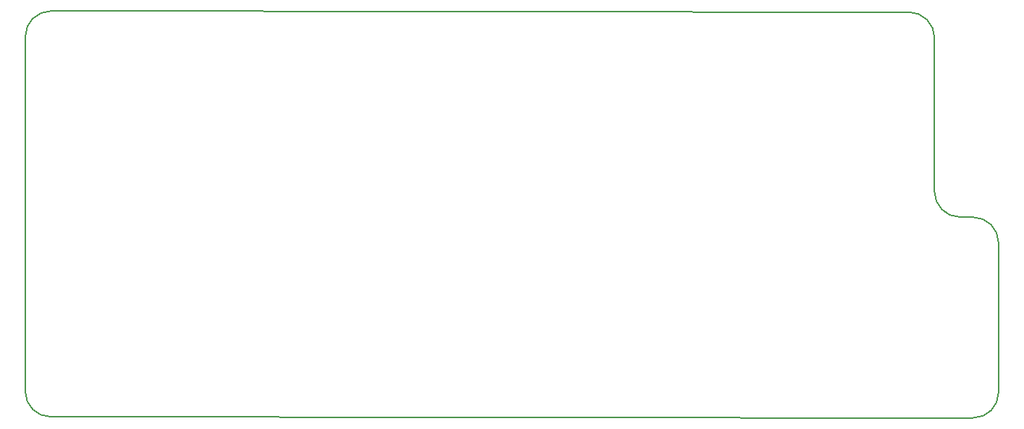
<source format=gbr>
%TF.GenerationSoftware,KiCad,Pcbnew,9.0.3*%
%TF.CreationDate,2025-08-25T21:51:57-05:00*%
%TF.ProjectId,Power-MocoBulkCapacitorPCB,506f7765-722d-44d6-9f63-6f42756c6b43,rev?*%
%TF.SameCoordinates,Original*%
%TF.FileFunction,Profile,NP*%
%FSLAX46Y46*%
G04 Gerber Fmt 4.6, Leading zero omitted, Abs format (unit mm)*
G04 Created by KiCad (PCBNEW 9.0.3) date 2025-08-25 21:51:57*
%MOMM*%
%LPD*%
G01*
G04 APERTURE LIST*
%TA.AperFunction,Profile*%
%ADD10C,0.200000*%
%TD*%
G04 APERTURE END LIST*
D10*
X207500000Y-41500000D02*
X207500000Y-59500000D01*
X204500000Y-38500000D02*
G75*
G02*
X207500000Y-41500000I0J-3000000D01*
G01*
X210500000Y-62500000D02*
X212000000Y-62500000D01*
X215000000Y-65500000D02*
X215000000Y-83000000D01*
X104121320Y-85878680D02*
G75*
G02*
X101121320Y-82878680I-20J2999980D01*
G01*
X212000000Y-86000000D02*
X104121320Y-85878680D01*
X104121320Y-38378680D02*
X204500000Y-38500000D01*
X215000000Y-83000000D02*
G75*
G02*
X212000000Y-86000000I-3000000J0D01*
G01*
X101121320Y-82878680D02*
X101121320Y-41378680D01*
X101121320Y-41378680D02*
G75*
G02*
X104121320Y-38378720I2999980J-20D01*
G01*
X212000000Y-62500000D02*
G75*
G02*
X215000000Y-65500000I0J-3000000D01*
G01*
X210500000Y-62500000D02*
G75*
G02*
X207500000Y-59500000I0J3000000D01*
G01*
M02*

</source>
